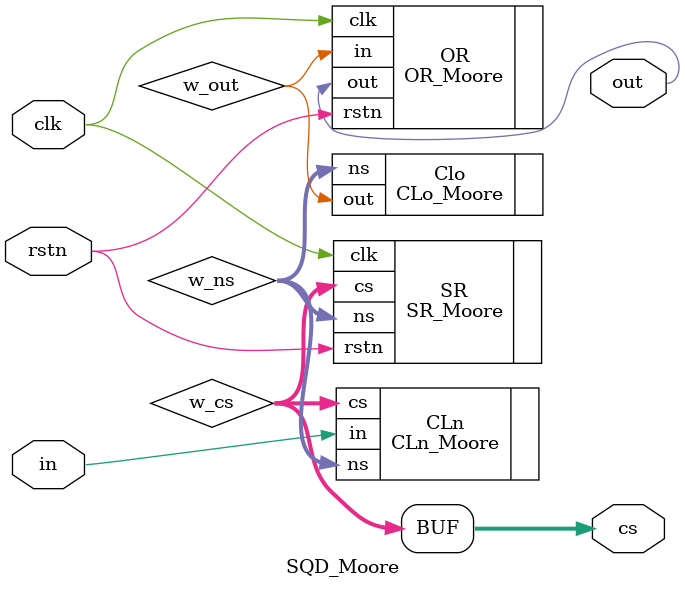
<source format=v>
`timescale 1ns / 1ps


module SQD_Moore(
    input in,
    input clk,
    input rstn,
    output [4:0] cs,
    output out
    );
    wire [4:0] w_cs, w_ns;
    wire w_out;
    CLn_Moore CLn(
        .in (in),
        .cs (w_cs),
        .ns (w_ns)
    );
    SR_Moore SR(
        .ns (w_ns),
        .clk (clk),
        .rstn (rstn),
        .cs (w_cs)
    );
    CLo_Moore Clo(
        .ns (w_ns),
        .out (w_out)
    );
    OR_Moore OR(
        .in(w_out),
        .clk (clk),
        .rstn (rstn),
        .out (out)
    );

    assign cs = w_cs;
endmodule

</source>
